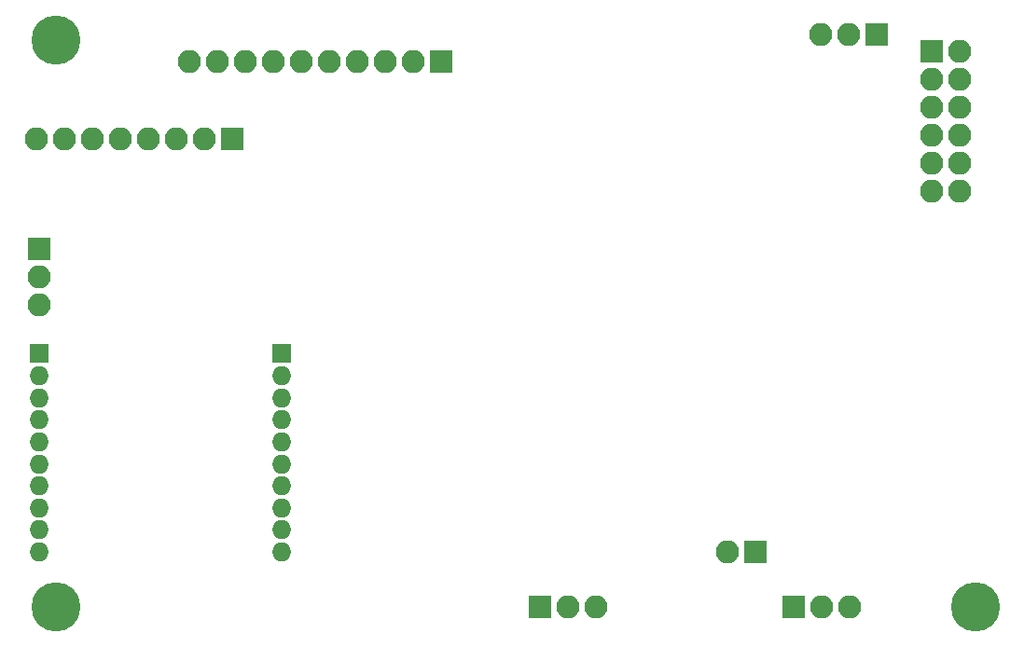
<source format=gbr>
G04 #@! TF.FileFunction,Soldermask,Bot*
%FSLAX46Y46*%
G04 Gerber Fmt 4.6, Leading zero omitted, Abs format (unit mm)*
G04 Created by KiCad (PCBNEW 4.0.5) date 04/17/17 10:09:57*
%MOMM*%
%LPD*%
G01*
G04 APERTURE LIST*
%ADD10C,0.100000*%
%ADD11C,4.464000*%
%ADD12R,1.750000X1.750000*%
%ADD13O,1.750000X1.750000*%
%ADD14R,2.100000X2.100000*%
%ADD15O,2.100000X2.100000*%
G04 APERTURE END LIST*
D10*
D11*
X205000000Y-143500000D03*
X121500000Y-143500000D03*
X121500000Y-92000000D03*
D12*
X120000000Y-120500000D03*
D13*
X120000000Y-122500000D03*
X120000000Y-124500000D03*
X120000000Y-126500000D03*
X120000000Y-128500000D03*
X120000000Y-130500000D03*
X120000000Y-132500000D03*
X120000000Y-134500000D03*
X120000000Y-136500000D03*
X120000000Y-138500000D03*
D12*
X142000000Y-120500000D03*
D13*
X142000000Y-122500000D03*
X142000000Y-124500000D03*
X142000000Y-126500000D03*
X142000000Y-128500000D03*
X142000000Y-130500000D03*
X142000000Y-132500000D03*
X142000000Y-134500000D03*
X142000000Y-136500000D03*
X142000000Y-138500000D03*
D14*
X137500000Y-101000000D03*
D15*
X134960000Y-101000000D03*
X132420000Y-101000000D03*
X129880000Y-101000000D03*
X127340000Y-101000000D03*
X124800000Y-101000000D03*
X122260000Y-101000000D03*
X119720000Y-101000000D03*
D14*
X156500000Y-94000000D03*
D15*
X153960000Y-94000000D03*
X151420000Y-94000000D03*
X148880000Y-94000000D03*
X146340000Y-94000000D03*
X143800000Y-94000000D03*
X141260000Y-94000000D03*
X138720000Y-94000000D03*
X136180000Y-94000000D03*
X133640000Y-94000000D03*
D14*
X120000000Y-111000000D03*
D15*
X120000000Y-113540000D03*
X120000000Y-116080000D03*
D14*
X185000000Y-138500000D03*
D15*
X182460000Y-138500000D03*
D14*
X201000000Y-93000000D03*
D15*
X203540000Y-93000000D03*
X201000000Y-95540000D03*
X203540000Y-95540000D03*
X201000000Y-98080000D03*
X203540000Y-98080000D03*
X201000000Y-100620000D03*
X203540000Y-100620000D03*
X201000000Y-103160000D03*
X203540000Y-103160000D03*
X201000000Y-105700000D03*
X203540000Y-105700000D03*
D14*
X196000000Y-91500000D03*
D15*
X193460000Y-91500000D03*
X190920000Y-91500000D03*
D14*
X188500000Y-143500000D03*
D15*
X191040000Y-143500000D03*
X193580000Y-143500000D03*
D14*
X165500000Y-143500000D03*
D15*
X168040000Y-143500000D03*
X170580000Y-143500000D03*
M02*

</source>
